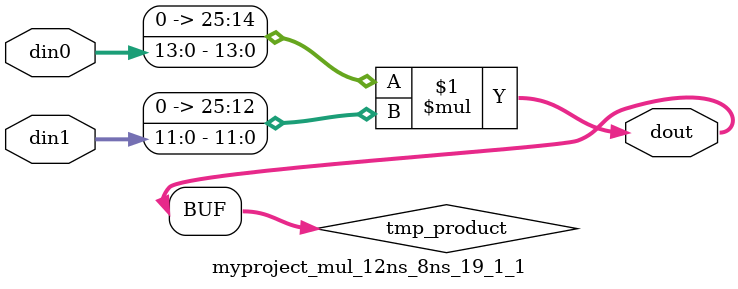
<source format=v>

`timescale 1 ns / 1 ps

 module myproject_mul_12ns_8ns_19_1_1(din0, din1, dout);
parameter ID = 1;
parameter NUM_STAGE = 0;
parameter din0_WIDTH = 14;
parameter din1_WIDTH = 12;
parameter dout_WIDTH = 26;

input [din0_WIDTH - 1 : 0] din0; 
input [din1_WIDTH - 1 : 0] din1; 
output [dout_WIDTH - 1 : 0] dout;

wire signed [dout_WIDTH - 1 : 0] tmp_product;
























assign tmp_product = $signed({1'b0, din0}) * $signed({1'b0, din1});











assign dout = tmp_product;





















endmodule

</source>
